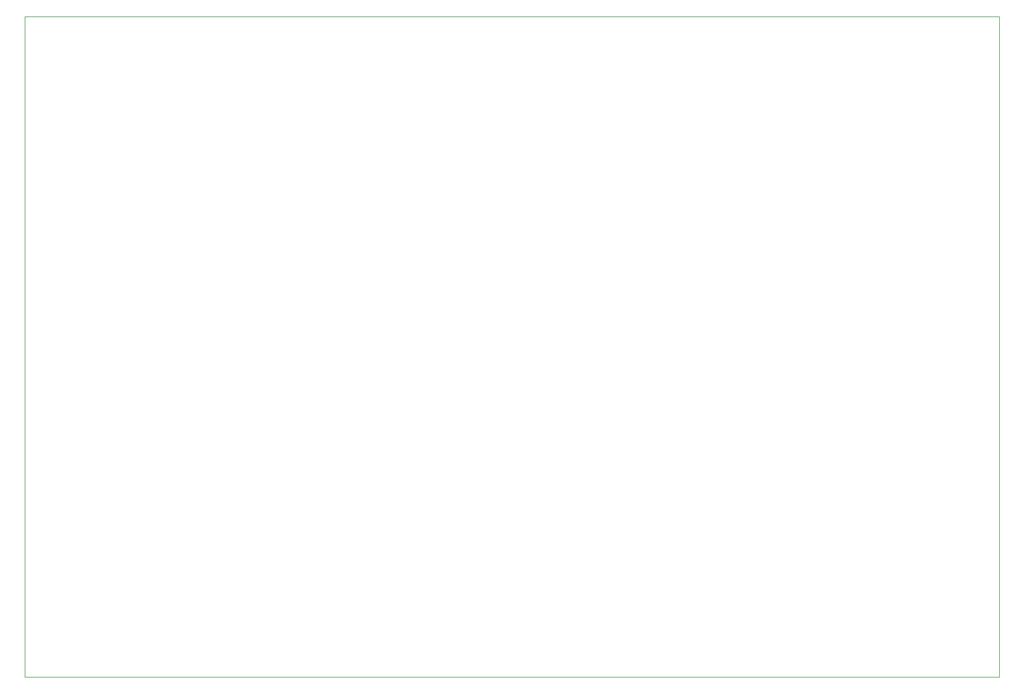
<source format=gbr>
%TF.GenerationSoftware,KiCad,Pcbnew,5.1.10-88a1d61d58~88~ubuntu20.10.1*%
%TF.CreationDate,2021-06-25T22:13:37+02:00*%
%TF.ProjectId,juno-chorus-clone,6a756e6f-2d63-4686-9f72-75732d636c6f,3*%
%TF.SameCoordinates,Original*%
%TF.FileFunction,Profile,NP*%
%FSLAX46Y46*%
G04 Gerber Fmt 4.6, Leading zero omitted, Abs format (unit mm)*
G04 Created by KiCad (PCBNEW 5.1.10-88a1d61d58~88~ubuntu20.10.1) date 2021-06-25 22:13:37*
%MOMM*%
%LPD*%
G01*
G04 APERTURE LIST*
%TA.AperFunction,Profile*%
%ADD10C,0.100000*%
%TD*%
G04 APERTURE END LIST*
D10*
X205740000Y-157480000D02*
X175260000Y-157480000D01*
X205740000Y-55880000D02*
X205740000Y-157480000D01*
X205740000Y-55880000D02*
X175260000Y-55880000D01*
X175260000Y-157480000D02*
X55880000Y-157480000D01*
X55880000Y-55880000D02*
X175260000Y-55880000D01*
X55880000Y-55880000D02*
X55880000Y-157480000D01*
M02*

</source>
